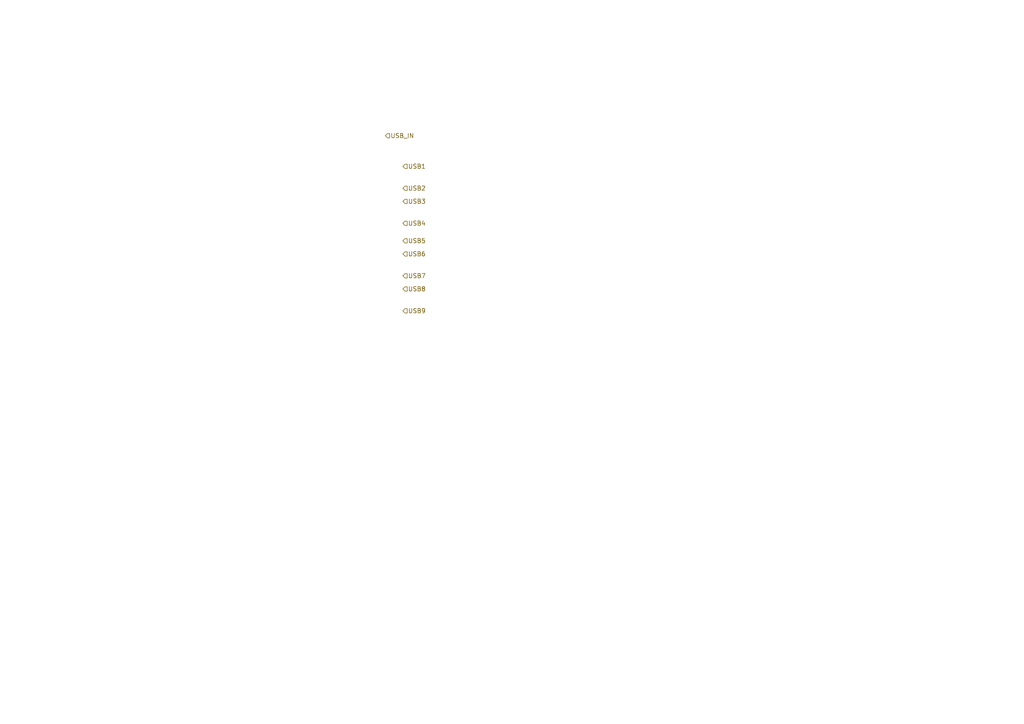
<source format=kicad_sch>
(kicad_sch (version 20211123) (generator eeschema)
  (paper "A4")
  (lib_symbols)
  (hierarchical_label "USB2" (shape input) (at 116.84 54.61 0))
  (hierarchical_label "USB4" (shape input) (at 116.84 64.77 0))
  (hierarchical_label "USB5" (shape input) (at 116.84 69.85 0))
  (hierarchical_label "USB_IN" (shape input) (at 111.76 39.37 0))
  (hierarchical_label "USB6" (shape input) (at 116.84 73.66 0))
  (hierarchical_label "USB1" (shape input) (at 116.84 48.26 0))
  (hierarchical_label "USB3" (shape input) (at 116.84 58.42 0))
  (hierarchical_label "USB8" (shape input) (at 116.84 83.82 0))
  (hierarchical_label "USB9" (shape input) (at 116.84 90.17 0))
  (hierarchical_label "USB7" (shape input) (at 116.84 80.01 0))
)
</source>
